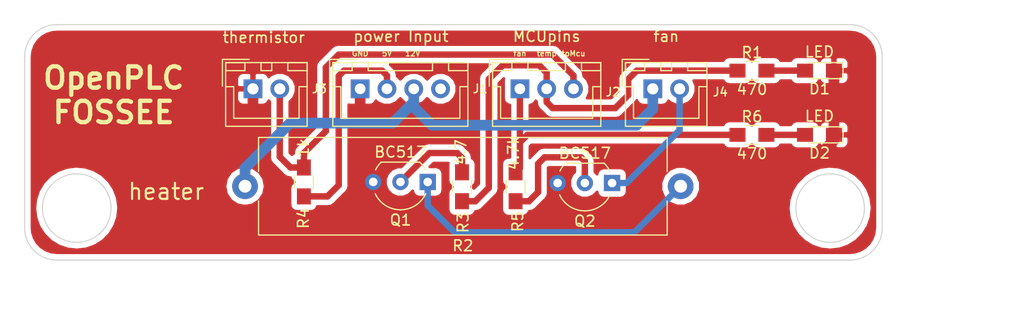
<source format=kicad_pcb>
(kicad_pcb (version 20171130) (host pcbnew 5.0.1)

  (general
    (thickness 1.6)
    (drawings 21)
    (tracks 97)
    (zones 0)
    (modules 14)
    (nets 14)
  )

  (page A4)
  (layers
    (0 F.Cu signal)
    (31 B.Cu signal)
    (32 B.Adhes user)
    (33 F.Adhes user)
    (34 B.Paste user)
    (35 F.Paste user)
    (36 B.SilkS user)
    (37 F.SilkS user)
    (38 B.Mask user)
    (39 F.Mask user)
    (40 Dwgs.User user)
    (41 Cmts.User user)
    (42 Eco1.User user)
    (43 Eco2.User user)
    (44 Edge.Cuts user)
    (45 Margin user)
    (46 B.CrtYd user)
    (47 F.CrtYd user)
    (48 B.Fab user)
    (49 F.Fab user)
  )

  (setup
    (last_trace_width 0.6)
    (trace_clearance 0.3)
    (zone_clearance 0.508)
    (zone_45_only no)
    (trace_min 0.2)
    (segment_width 0.2)
    (edge_width 0.15)
    (via_size 0.8)
    (via_drill 0.4)
    (via_min_size 0.4)
    (via_min_drill 0.3)
    (uvia_size 0.3)
    (uvia_drill 0.1)
    (uvias_allowed no)
    (uvia_min_size 0.2)
    (uvia_min_drill 0.1)
    (pcb_text_width 0.3)
    (pcb_text_size 1.5 1.5)
    (mod_edge_width 0.15)
    (mod_text_size 1 1)
    (mod_text_width 0.15)
    (pad_size 1.52 1.52)
    (pad_drill 0.8)
    (pad_to_mask_clearance 0.051)
    (solder_mask_min_width 0.25)
    (aux_axis_origin 0 0)
    (visible_elements FFFFFF7F)
    (pcbplotparams
      (layerselection 0x010fc_ffffffff)
      (usegerberextensions false)
      (usegerberattributes false)
      (usegerberadvancedattributes false)
      (creategerberjobfile false)
      (excludeedgelayer true)
      (linewidth 0.100000)
      (plotframeref false)
      (viasonmask false)
      (mode 1)
      (useauxorigin false)
      (hpglpennumber 1)
      (hpglpenspeed 20)
      (hpglpendiameter 15.000000)
      (psnegative false)
      (psa4output false)
      (plotreference true)
      (plotvalue true)
      (plotinvisibletext false)
      (padsonsilk false)
      (subtractmaskfromsilk false)
      (outputformat 1)
      (mirror false)
      (drillshape 1)
      (scaleselection 1)
      (outputdirectory ""))
  )

  (net 0 "")
  (net 1 GND)
  (net 2 +5V)
  (net 3 +12V)
  (net 4 "Net-(Q1-Pad1)")
  (net 5 "Net-(Q1-Pad2)")
  (net 6 /toMcu)
  (net 7 "Net-(J4-Pad2)")
  (net 8 "Net-(Q2-Pad2)")
  (net 9 /fromMcuR)
  (net 10 /fromMcuF)
  (net 11 "Net-(J1-Pad4)")
  (net 12 "Net-(D1-Pad2)")
  (net 13 "Net-(D2-Pad2)")

  (net_class Default "This is the default net class."
    (clearance 0.3)
    (trace_width 0.6)
    (via_dia 0.8)
    (via_drill 0.4)
    (uvia_dia 0.3)
    (uvia_drill 0.1)
    (add_net +5V)
    (add_net /fromMcuF)
    (add_net /fromMcuR)
    (add_net /toMcu)
    (add_net "Net-(D1-Pad2)")
    (add_net "Net-(D2-Pad2)")
    (add_net "Net-(J1-Pad4)")
    (add_net "Net-(J4-Pad2)")
    (add_net "Net-(Q1-Pad1)")
    (add_net "Net-(Q1-Pad2)")
    (add_net "Net-(Q2-Pad2)")
  )

  (net_class +12V ""
    (clearance 0.5)
    (trace_width 1)
    (via_dia 0.8)
    (via_drill 0.4)
    (uvia_dia 0.3)
    (uvia_drill 0.1)
    (add_net +12V)
    (add_net GND)
  )

  (module Resistors_THT:R_Axial_Power_L38.0mm_W9.0mm_P40.64mm (layer F.Cu) (tedit 5874F706) (tstamp 5C34D676)
    (at 171.4 95.9 180)
    (descr "Resistor, Axial_Power series, Axial, Horizontal, pin pitch=40.64mm, 9W, length*diameter=38*9mm^2, http://cdn-reichelt.de/documents/datenblatt/B400/5WAXIAL_9WAXIAL_11WAXIAL_17WAXIAL%23YAG.pdf")
    (tags "Resistor Axial_Power series Axial Horizontal pin pitch 40.64mm 9W length 38mm diameter 9mm")
    (path /5C2F30B4)
    (fp_text reference R2 (at 20.32 -5.56 180) (layer F.SilkS)
      (effects (font (size 1 1) (thickness 0.15)))
    )
    (fp_text value 27 (at 20.32 5.56 180) (layer F.Fab)
      (effects (font (size 1 1) (thickness 0.15)))
    )
    (fp_line (start 42.1 -4.85) (end -1.45 -4.85) (layer F.CrtYd) (width 0.05))
    (fp_line (start 42.1 4.85) (end 42.1 -4.85) (layer F.CrtYd) (width 0.05))
    (fp_line (start -1.45 4.85) (end 42.1 4.85) (layer F.CrtYd) (width 0.05))
    (fp_line (start -1.45 -4.85) (end -1.45 4.85) (layer F.CrtYd) (width 0.05))
    (fp_line (start 39.38 4.56) (end 39.38 1.38) (layer F.SilkS) (width 0.12))
    (fp_line (start 1.26 4.56) (end 39.38 4.56) (layer F.SilkS) (width 0.12))
    (fp_line (start 1.26 1.38) (end 1.26 4.56) (layer F.SilkS) (width 0.12))
    (fp_line (start 39.38 -4.56) (end 39.38 -1.38) (layer F.SilkS) (width 0.12))
    (fp_line (start 1.26 -4.56) (end 39.38 -4.56) (layer F.SilkS) (width 0.12))
    (fp_line (start 1.26 -1.38) (end 1.26 -4.56) (layer F.SilkS) (width 0.12))
    (fp_line (start 40.64 0) (end 39.32 0) (layer F.Fab) (width 0.1))
    (fp_line (start 0 0) (end 1.32 0) (layer F.Fab) (width 0.1))
    (fp_line (start 39.32 -4.5) (end 1.32 -4.5) (layer F.Fab) (width 0.1))
    (fp_line (start 39.32 4.5) (end 39.32 -4.5) (layer F.Fab) (width 0.1))
    (fp_line (start 1.32 4.5) (end 39.32 4.5) (layer F.Fab) (width 0.1))
    (fp_line (start 1.32 -4.5) (end 1.32 4.5) (layer F.Fab) (width 0.1))
    (pad 2 thru_hole oval (at 40.64 0 180) (size 2.4 2.4) (drill 1.2) (layers *.Cu *.Mask)
      (net 3 +12V))
    (pad 1 thru_hole circle (at 0 0 180) (size 2.4 2.4) (drill 1.2) (layers *.Cu *.Mask)
      (net 4 "Net-(Q1-Pad1)"))
    (model ${KISYS3DMOD}/Resistors_THT.3dshapes/R_Axial_Power_L38.0mm_W9.0mm_P40.64mm.wrl
      (at (xyz 0 0 0))
      (scale (xyz 0.393701 0.393701 0.393701))
      (rotate (xyz 0 0 0))
    )
  )

  (module Resistors_SMD:R_0805_HandSoldering (layer F.Cu) (tedit 5C35C809) (tstamp 5C3598AC)
    (at 178.05 91.1)
    (descr "Resistor SMD 0805, hand soldering")
    (tags "resistor 0805")
    (path /5C35A82C)
    (attr smd)
    (fp_text reference R6 (at 0 -1.7) (layer F.SilkS)
      (effects (font (size 1 1) (thickness 0.15)))
    )
    (fp_text value 470 (at 0 1.75) (layer F.SilkS)
      (effects (font (size 1 1) (thickness 0.15)))
    )
    (fp_text user %R (at 0 0) (layer F.Fab)
      (effects (font (size 0.5 0.5) (thickness 0.075)))
    )
    (fp_line (start -1 0.62) (end -1 -0.62) (layer F.Fab) (width 0.1))
    (fp_line (start 1 0.62) (end -1 0.62) (layer F.Fab) (width 0.1))
    (fp_line (start 1 -0.62) (end 1 0.62) (layer F.Fab) (width 0.1))
    (fp_line (start -1 -0.62) (end 1 -0.62) (layer F.Fab) (width 0.1))
    (fp_line (start 0.6 0.88) (end -0.6 0.88) (layer F.SilkS) (width 0.12))
    (fp_line (start -0.6 -0.88) (end 0.6 -0.88) (layer F.SilkS) (width 0.12))
    (fp_line (start -2.35 -0.9) (end 2.35 -0.9) (layer F.CrtYd) (width 0.05))
    (fp_line (start -2.35 -0.9) (end -2.35 0.9) (layer F.CrtYd) (width 0.05))
    (fp_line (start 2.35 0.9) (end 2.35 -0.9) (layer F.CrtYd) (width 0.05))
    (fp_line (start 2.35 0.9) (end -2.35 0.9) (layer F.CrtYd) (width 0.05))
    (pad 1 smd rect (at -1.35 0) (size 1.5 1.3) (layers F.Cu F.Paste F.Mask)
      (net 10 /fromMcuF))
    (pad 2 smd rect (at 1.35 0) (size 1.5 1.3) (layers F.Cu F.Paste F.Mask)
      (net 13 "Net-(D2-Pad2)"))
    (model ${KISYS3DMOD}/Resistors_SMD.3dshapes/R_0805.wrl
      (at (xyz 0 0 0))
      (scale (xyz 1 1 1))
      (rotate (xyz 0 0 0))
    )
  )

  (module LEDs:LED_0805_HandSoldering (layer F.Cu) (tedit 5C35C80E) (tstamp 5C3598D6)
    (at 184.35 91.1 180)
    (descr "Resistor SMD 0805, hand soldering")
    (tags "resistor 0805")
    (path /5C35A834)
    (attr smd)
    (fp_text reference D2 (at 0 -1.7 180) (layer F.SilkS)
      (effects (font (size 1 1) (thickness 0.15)))
    )
    (fp_text value LED (at 0 1.75 180) (layer F.SilkS)
      (effects (font (size 1 1) (thickness 0.15)))
    )
    (fp_line (start -0.4 -0.4) (end -0.4 0.4) (layer F.Fab) (width 0.1))
    (fp_line (start -0.4 0) (end 0.2 -0.4) (layer F.Fab) (width 0.1))
    (fp_line (start 0.2 0.4) (end -0.4 0) (layer F.Fab) (width 0.1))
    (fp_line (start 0.2 -0.4) (end 0.2 0.4) (layer F.Fab) (width 0.1))
    (fp_line (start -1 0.62) (end -1 -0.62) (layer F.Fab) (width 0.1))
    (fp_line (start 1 0.62) (end -1 0.62) (layer F.Fab) (width 0.1))
    (fp_line (start 1 -0.62) (end 1 0.62) (layer F.Fab) (width 0.1))
    (fp_line (start -1 -0.62) (end 1 -0.62) (layer F.Fab) (width 0.1))
    (fp_line (start 1 0.75) (end -2.2 0.75) (layer F.SilkS) (width 0.12))
    (fp_line (start -2.2 -0.75) (end 1 -0.75) (layer F.SilkS) (width 0.12))
    (fp_line (start -2.35 -0.9) (end 2.35 -0.9) (layer F.CrtYd) (width 0.05))
    (fp_line (start -2.35 -0.9) (end -2.35 0.9) (layer F.CrtYd) (width 0.05))
    (fp_line (start 2.35 0.9) (end 2.35 -0.9) (layer F.CrtYd) (width 0.05))
    (fp_line (start 2.35 0.9) (end -2.35 0.9) (layer F.CrtYd) (width 0.05))
    (fp_line (start -2.2 -0.75) (end -2.2 0.75) (layer F.SilkS) (width 0.12))
    (pad 1 smd rect (at -1.35 0 180) (size 1.5 1.3) (layers F.Cu F.Paste F.Mask)
      (net 1 GND))
    (pad 2 smd rect (at 1.35 0 180) (size 1.5 1.3) (layers F.Cu F.Paste F.Mask)
      (net 13 "Net-(D2-Pad2)"))
    (model ${KISYS3DMOD}/LEDs.3dshapes/LED_0805.wrl
      (at (xyz 0 0 0))
      (scale (xyz 1 1 1))
      (rotate (xyz 0 0 0))
    )
  )

  (module LEDs:LED_0805_HandSoldering (layer F.Cu) (tedit 5C35C813) (tstamp 5C3598C1)
    (at 184.35 85.1 180)
    (descr "Resistor SMD 0805, hand soldering")
    (tags "resistor 0805")
    (path /5C359B84)
    (attr smd)
    (fp_text reference D1 (at 0 -1.7 180) (layer F.SilkS)
      (effects (font (size 1 1) (thickness 0.15)))
    )
    (fp_text value LED (at 0 1.75 180) (layer F.SilkS)
      (effects (font (size 1 1) (thickness 0.15)))
    )
    (fp_line (start -2.2 -0.75) (end -2.2 0.75) (layer F.SilkS) (width 0.12))
    (fp_line (start 2.35 0.9) (end -2.35 0.9) (layer F.CrtYd) (width 0.05))
    (fp_line (start 2.35 0.9) (end 2.35 -0.9) (layer F.CrtYd) (width 0.05))
    (fp_line (start -2.35 -0.9) (end -2.35 0.9) (layer F.CrtYd) (width 0.05))
    (fp_line (start -2.35 -0.9) (end 2.35 -0.9) (layer F.CrtYd) (width 0.05))
    (fp_line (start -2.2 -0.75) (end 1 -0.75) (layer F.SilkS) (width 0.12))
    (fp_line (start 1 0.75) (end -2.2 0.75) (layer F.SilkS) (width 0.12))
    (fp_line (start -1 -0.62) (end 1 -0.62) (layer F.Fab) (width 0.1))
    (fp_line (start 1 -0.62) (end 1 0.62) (layer F.Fab) (width 0.1))
    (fp_line (start 1 0.62) (end -1 0.62) (layer F.Fab) (width 0.1))
    (fp_line (start -1 0.62) (end -1 -0.62) (layer F.Fab) (width 0.1))
    (fp_line (start 0.2 -0.4) (end 0.2 0.4) (layer F.Fab) (width 0.1))
    (fp_line (start 0.2 0.4) (end -0.4 0) (layer F.Fab) (width 0.1))
    (fp_line (start -0.4 0) (end 0.2 -0.4) (layer F.Fab) (width 0.1))
    (fp_line (start -0.4 -0.4) (end -0.4 0.4) (layer F.Fab) (width 0.1))
    (pad 2 smd rect (at 1.35 0 180) (size 1.5 1.3) (layers F.Cu F.Paste F.Mask)
      (net 12 "Net-(D1-Pad2)"))
    (pad 1 smd rect (at -1.35 0 180) (size 1.5 1.3) (layers F.Cu F.Paste F.Mask)
      (net 1 GND))
    (model ${KISYS3DMOD}/LEDs.3dshapes/LED_0805.wrl
      (at (xyz 0 0 0))
      (scale (xyz 1 1 1))
      (rotate (xyz 0 0 0))
    )
  )

  (module Resistors_SMD:R_0805_HandSoldering (layer F.Cu) (tedit 5C35C806) (tstamp 5C35983B)
    (at 178.05 85.1)
    (descr "Resistor SMD 0805, hand soldering")
    (tags "resistor 0805")
    (path /5C3591A5)
    (attr smd)
    (fp_text reference R1 (at 0 -1.7) (layer F.SilkS)
      (effects (font (size 1 1) (thickness 0.15)))
    )
    (fp_text value 470 (at 0 1.75) (layer F.SilkS)
      (effects (font (size 1 1) (thickness 0.15)))
    )
    (fp_line (start 2.35 0.9) (end -2.35 0.9) (layer F.CrtYd) (width 0.05))
    (fp_line (start 2.35 0.9) (end 2.35 -0.9) (layer F.CrtYd) (width 0.05))
    (fp_line (start -2.35 -0.9) (end -2.35 0.9) (layer F.CrtYd) (width 0.05))
    (fp_line (start -2.35 -0.9) (end 2.35 -0.9) (layer F.CrtYd) (width 0.05))
    (fp_line (start -0.6 -0.88) (end 0.6 -0.88) (layer F.SilkS) (width 0.12))
    (fp_line (start 0.6 0.88) (end -0.6 0.88) (layer F.SilkS) (width 0.12))
    (fp_line (start -1 -0.62) (end 1 -0.62) (layer F.Fab) (width 0.1))
    (fp_line (start 1 -0.62) (end 1 0.62) (layer F.Fab) (width 0.1))
    (fp_line (start 1 0.62) (end -1 0.62) (layer F.Fab) (width 0.1))
    (fp_line (start -1 0.62) (end -1 -0.62) (layer F.Fab) (width 0.1))
    (fp_text user %R (at 0 0) (layer F.Fab)
      (effects (font (size 0.5 0.5) (thickness 0.075)))
    )
    (pad 2 smd rect (at 1.35 0) (size 1.5 1.3) (layers F.Cu F.Paste F.Mask)
      (net 12 "Net-(D1-Pad2)"))
    (pad 1 smd rect (at -1.35 0) (size 1.5 1.3) (layers F.Cu F.Paste F.Mask)
      (net 9 /fromMcuR))
    (model ${KISYS3DMOD}/Resistors_SMD.3dshapes/R_0805.wrl
      (at (xyz 0 0 0))
      (scale (xyz 1 1 1))
      (rotate (xyz 0 0 0))
    )
  )

  (module Connectors_JST:JST_XH_B04B-XH-A_04x2.50mm_Straight (layer F.Cu) (tedit 5C3499F8) (tstamp 5C348D46)
    (at 141.5 86.8)
    (descr "JST XH series connector, B04B-XH-A, top entry type, through hole")
    (tags "connector jst xh tht top vertical 2.50mm")
    (path /5C2F487D)
    (fp_text reference J1 (at 11.2 0) (layer F.SilkS)
      (effects (font (size 0.8 0.8) (thickness 0.14)))
    )
    (fp_text value "power Input" (at 3.8 -4.9) (layer F.SilkS)
      (effects (font (size 1 1) (thickness 0.15)))
    )
    (fp_text user %R (at 3.75 2.5) (layer F.Fab)
      (effects (font (size 1 1) (thickness 0.15)))
    )
    (fp_line (start -2.85 -2.75) (end -2.85 -0.25) (layer F.Fab) (width 0.1))
    (fp_line (start -0.35 -2.75) (end -2.85 -2.75) (layer F.Fab) (width 0.1))
    (fp_line (start -2.85 -2.75) (end -2.85 -0.25) (layer F.SilkS) (width 0.12))
    (fp_line (start -0.35 -2.75) (end -2.85 -2.75) (layer F.SilkS) (width 0.12))
    (fp_line (start 9.3 2.75) (end 3.75 2.75) (layer F.SilkS) (width 0.12))
    (fp_line (start 9.3 -0.2) (end 9.3 2.75) (layer F.SilkS) (width 0.12))
    (fp_line (start 10.05 -0.2) (end 9.3 -0.2) (layer F.SilkS) (width 0.12))
    (fp_line (start -1.8 2.75) (end 3.75 2.75) (layer F.SilkS) (width 0.12))
    (fp_line (start -1.8 -0.2) (end -1.8 2.75) (layer F.SilkS) (width 0.12))
    (fp_line (start -2.55 -0.2) (end -1.8 -0.2) (layer F.SilkS) (width 0.12))
    (fp_line (start 10.05 -2.45) (end 8.25 -2.45) (layer F.SilkS) (width 0.12))
    (fp_line (start 10.05 -1.7) (end 10.05 -2.45) (layer F.SilkS) (width 0.12))
    (fp_line (start 8.25 -1.7) (end 10.05 -1.7) (layer F.SilkS) (width 0.12))
    (fp_line (start 8.25 -2.45) (end 8.25 -1.7) (layer F.SilkS) (width 0.12))
    (fp_line (start -0.75 -2.45) (end -2.55 -2.45) (layer F.SilkS) (width 0.12))
    (fp_line (start -0.75 -1.7) (end -0.75 -2.45) (layer F.SilkS) (width 0.12))
    (fp_line (start -2.55 -1.7) (end -0.75 -1.7) (layer F.SilkS) (width 0.12))
    (fp_line (start -2.55 -2.45) (end -2.55 -1.7) (layer F.SilkS) (width 0.12))
    (fp_line (start 6.75 -2.45) (end 0.75 -2.45) (layer F.SilkS) (width 0.12))
    (fp_line (start 6.75 -1.7) (end 6.75 -2.45) (layer F.SilkS) (width 0.12))
    (fp_line (start 0.75 -1.7) (end 6.75 -1.7) (layer F.SilkS) (width 0.12))
    (fp_line (start 0.75 -2.45) (end 0.75 -1.7) (layer F.SilkS) (width 0.12))
    (fp_line (start 10.05 -2.45) (end -2.55 -2.45) (layer F.SilkS) (width 0.12))
    (fp_line (start 10.05 3.5) (end 10.05 -2.45) (layer F.SilkS) (width 0.12))
    (fp_line (start -2.55 3.5) (end 10.05 3.5) (layer F.SilkS) (width 0.12))
    (fp_line (start -2.55 -2.45) (end -2.55 3.5) (layer F.SilkS) (width 0.12))
    (fp_line (start 10.45 -2.85) (end -2.95 -2.85) (layer F.CrtYd) (width 0.05))
    (fp_line (start 10.45 3.9) (end 10.45 -2.85) (layer F.CrtYd) (width 0.05))
    (fp_line (start -2.95 3.9) (end 10.45 3.9) (layer F.CrtYd) (width 0.05))
    (fp_line (start -2.95 -2.85) (end -2.95 3.9) (layer F.CrtYd) (width 0.05))
    (fp_line (start 9.95 -2.35) (end -2.45 -2.35) (layer F.Fab) (width 0.1))
    (fp_line (start 9.95 3.4) (end 9.95 -2.35) (layer F.Fab) (width 0.1))
    (fp_line (start -2.45 3.4) (end 9.95 3.4) (layer F.Fab) (width 0.1))
    (fp_line (start -2.45 -2.35) (end -2.45 3.4) (layer F.Fab) (width 0.1))
    (pad 4 thru_hole circle (at 7.5 0) (size 1.75 1.75) (drill 1) (layers *.Cu *.Mask)
      (net 11 "Net-(J1-Pad4)"))
    (pad 3 thru_hole circle (at 5 0) (size 1.75 1.75) (drill 1) (layers *.Cu *.Mask)
      (net 3 +12V))
    (pad 2 thru_hole circle (at 2.5 0) (size 1.75 1.75) (drill 1) (layers *.Cu *.Mask)
      (net 2 +5V))
    (pad 1 thru_hole rect (at 0 0) (size 1.75 1.75) (drill 1) (layers *.Cu *.Mask)
      (net 1 GND))
    (model Connectors_JST.3dshapes/JST_XH_B04B-XH-A_04x2.50mm_Straight.wrl
      (at (xyz 0 0 0))
      (scale (xyz 1 1 1))
      (rotate (xyz 0 0 0))
    )
    (model ${KISYS3DMOD}/Connector_JST.3dshapes/JST_XH_B04B-XH-A_1x04_P2.50mm_Vertical.wrl
      (at (xyz 0 0 0))
      (scale (xyz 1 1 1))
      (rotate (xyz 0 0 0))
    )
  )

  (module Connectors_JST:JST_XH_B03B-XH-A_03x2.50mm_Straight (layer F.Cu) (tedit 5C349A19) (tstamp 5C34AFEA)
    (at 156.4 86.8)
    (descr "JST XH series connector, B03B-XH-A, top entry type, through hole")
    (tags "connector jst xh tht top vertical 2.50mm")
    (path /5C350621)
    (fp_text reference J2 (at 8.7 0.3) (layer F.SilkS)
      (effects (font (size 0.8 0.8) (thickness 0.14)))
    )
    (fp_text value MCUpins (at 2.5 -4.9) (layer F.SilkS)
      (effects (font (size 1 1) (thickness 0.15)))
    )
    (fp_text user %R (at 2.5 2.5) (layer F.Fab)
      (effects (font (size 1 1) (thickness 0.15)))
    )
    (fp_line (start -2.85 -2.75) (end -2.85 -0.25) (layer F.Fab) (width 0.1))
    (fp_line (start -0.35 -2.75) (end -2.85 -2.75) (layer F.Fab) (width 0.1))
    (fp_line (start -2.85 -2.75) (end -2.85 -0.25) (layer F.SilkS) (width 0.12))
    (fp_line (start -0.35 -2.75) (end -2.85 -2.75) (layer F.SilkS) (width 0.12))
    (fp_line (start 6.8 2.75) (end 2.5 2.75) (layer F.SilkS) (width 0.12))
    (fp_line (start 6.8 -0.2) (end 6.8 2.75) (layer F.SilkS) (width 0.12))
    (fp_line (start 7.55 -0.2) (end 6.8 -0.2) (layer F.SilkS) (width 0.12))
    (fp_line (start -1.8 2.75) (end 2.5 2.75) (layer F.SilkS) (width 0.12))
    (fp_line (start -1.8 -0.2) (end -1.8 2.75) (layer F.SilkS) (width 0.12))
    (fp_line (start -2.55 -0.2) (end -1.8 -0.2) (layer F.SilkS) (width 0.12))
    (fp_line (start 7.55 -2.45) (end 5.75 -2.45) (layer F.SilkS) (width 0.12))
    (fp_line (start 7.55 -1.7) (end 7.55 -2.45) (layer F.SilkS) (width 0.12))
    (fp_line (start 5.75 -1.7) (end 7.55 -1.7) (layer F.SilkS) (width 0.12))
    (fp_line (start 5.75 -2.45) (end 5.75 -1.7) (layer F.SilkS) (width 0.12))
    (fp_line (start -0.75 -2.45) (end -2.55 -2.45) (layer F.SilkS) (width 0.12))
    (fp_line (start -0.75 -1.7) (end -0.75 -2.45) (layer F.SilkS) (width 0.12))
    (fp_line (start -2.55 -1.7) (end -0.75 -1.7) (layer F.SilkS) (width 0.12))
    (fp_line (start -2.55 -2.45) (end -2.55 -1.7) (layer F.SilkS) (width 0.12))
    (fp_line (start 4.25 -2.45) (end 0.75 -2.45) (layer F.SilkS) (width 0.12))
    (fp_line (start 4.25 -1.7) (end 4.25 -2.45) (layer F.SilkS) (width 0.12))
    (fp_line (start 0.75 -1.7) (end 4.25 -1.7) (layer F.SilkS) (width 0.12))
    (fp_line (start 0.75 -2.45) (end 0.75 -1.7) (layer F.SilkS) (width 0.12))
    (fp_line (start 7.55 -2.45) (end -2.55 -2.45) (layer F.SilkS) (width 0.12))
    (fp_line (start 7.55 3.5) (end 7.55 -2.45) (layer F.SilkS) (width 0.12))
    (fp_line (start -2.55 3.5) (end 7.55 3.5) (layer F.SilkS) (width 0.12))
    (fp_line (start -2.55 -2.45) (end -2.55 3.5) (layer F.SilkS) (width 0.12))
    (fp_line (start 7.95 -2.85) (end -2.95 -2.85) (layer F.CrtYd) (width 0.05))
    (fp_line (start 7.95 3.9) (end 7.95 -2.85) (layer F.CrtYd) (width 0.05))
    (fp_line (start -2.95 3.9) (end 7.95 3.9) (layer F.CrtYd) (width 0.05))
    (fp_line (start -2.95 -2.85) (end -2.95 3.9) (layer F.CrtYd) (width 0.05))
    (fp_line (start 7.45 -2.35) (end -2.45 -2.35) (layer F.Fab) (width 0.1))
    (fp_line (start 7.45 3.4) (end 7.45 -2.35) (layer F.Fab) (width 0.1))
    (fp_line (start -2.45 3.4) (end 7.45 3.4) (layer F.Fab) (width 0.1))
    (fp_line (start -2.45 -2.35) (end -2.45 3.4) (layer F.Fab) (width 0.1))
    (pad 3 thru_hole circle (at 5 0) (size 1.75 1.75) (drill 1) (layers *.Cu *.Mask)
      (net 6 /toMcu))
    (pad 2 thru_hole circle (at 2.5 0) (size 1.75 1.75) (drill 1) (layers *.Cu *.Mask)
      (net 9 /fromMcuR))
    (pad 1 thru_hole rect (at 0 0) (size 1.75 1.75) (drill 1) (layers *.Cu *.Mask)
      (net 10 /fromMcuF))
    (model Connectors_JST.3dshapes/JST_XH_B03B-XH-A_03x2.50mm_Straight.wrl
      (at (xyz 0 0 0))
      (scale (xyz 1 1 1))
      (rotate (xyz 0 0 0))
    )
    (model ${KISYS3DMOD}/Connector_JST.3dshapes/JST_XH_B03B-XH-A_1x03_P2.50mm_Vertical.wrl
      (at (xyz 0 0 0))
      (scale (xyz 1 1 1))
      (rotate (xyz 0 0 0))
    )
  )

  (module Connectors_JST:JST_XH_B02B-XH-A_02x2.50mm_Straight (layer F.Cu) (tedit 5C3499E4) (tstamp 5C348DC2)
    (at 168.8 86.8)
    (descr "JST XH series connector, B02B-XH-A, top entry type, through hole")
    (tags "connector jst xh tht top vertical 2.50mm")
    (path /5C34ABB8)
    (fp_text reference J4 (at 6.3 0.3) (layer F.SilkS)
      (effects (font (size 0.8 0.8) (thickness 0.14)))
    )
    (fp_text value fan (at 1.25 -4.9) (layer F.SilkS)
      (effects (font (size 1 1) (thickness 0.15)))
    )
    (fp_text user %R (at 1.25 2.5) (layer F.Fab)
      (effects (font (size 1 1) (thickness 0.15)))
    )
    (fp_line (start -2.85 -2.75) (end -2.85 -0.25) (layer F.Fab) (width 0.1))
    (fp_line (start -0.35 -2.75) (end -2.85 -2.75) (layer F.Fab) (width 0.1))
    (fp_line (start -2.85 -2.75) (end -2.85 -0.25) (layer F.SilkS) (width 0.12))
    (fp_line (start -0.35 -2.75) (end -2.85 -2.75) (layer F.SilkS) (width 0.12))
    (fp_line (start 4.3 2.75) (end 1.25 2.75) (layer F.SilkS) (width 0.12))
    (fp_line (start 4.3 -0.2) (end 4.3 2.75) (layer F.SilkS) (width 0.12))
    (fp_line (start 5.05 -0.2) (end 4.3 -0.2) (layer F.SilkS) (width 0.12))
    (fp_line (start -1.8 2.75) (end 1.25 2.75) (layer F.SilkS) (width 0.12))
    (fp_line (start -1.8 -0.2) (end -1.8 2.75) (layer F.SilkS) (width 0.12))
    (fp_line (start -2.55 -0.2) (end -1.8 -0.2) (layer F.SilkS) (width 0.12))
    (fp_line (start 5.05 -2.45) (end 3.25 -2.45) (layer F.SilkS) (width 0.12))
    (fp_line (start 5.05 -1.7) (end 5.05 -2.45) (layer F.SilkS) (width 0.12))
    (fp_line (start 3.25 -1.7) (end 5.05 -1.7) (layer F.SilkS) (width 0.12))
    (fp_line (start 3.25 -2.45) (end 3.25 -1.7) (layer F.SilkS) (width 0.12))
    (fp_line (start -0.75 -2.45) (end -2.55 -2.45) (layer F.SilkS) (width 0.12))
    (fp_line (start -0.75 -1.7) (end -0.75 -2.45) (layer F.SilkS) (width 0.12))
    (fp_line (start -2.55 -1.7) (end -0.75 -1.7) (layer F.SilkS) (width 0.12))
    (fp_line (start -2.55 -2.45) (end -2.55 -1.7) (layer F.SilkS) (width 0.12))
    (fp_line (start 1.75 -2.45) (end 0.75 -2.45) (layer F.SilkS) (width 0.12))
    (fp_line (start 1.75 -1.7) (end 1.75 -2.45) (layer F.SilkS) (width 0.12))
    (fp_line (start 0.75 -1.7) (end 1.75 -1.7) (layer F.SilkS) (width 0.12))
    (fp_line (start 0.75 -2.45) (end 0.75 -1.7) (layer F.SilkS) (width 0.12))
    (fp_line (start 5.05 -2.45) (end -2.55 -2.45) (layer F.SilkS) (width 0.12))
    (fp_line (start 5.05 3.5) (end 5.05 -2.45) (layer F.SilkS) (width 0.12))
    (fp_line (start -2.55 3.5) (end 5.05 3.5) (layer F.SilkS) (width 0.12))
    (fp_line (start -2.55 -2.45) (end -2.55 3.5) (layer F.SilkS) (width 0.12))
    (fp_line (start 5.45 -2.85) (end -2.95 -2.85) (layer F.CrtYd) (width 0.05))
    (fp_line (start 5.45 3.9) (end 5.45 -2.85) (layer F.CrtYd) (width 0.05))
    (fp_line (start -2.95 3.9) (end 5.45 3.9) (layer F.CrtYd) (width 0.05))
    (fp_line (start -2.95 -2.85) (end -2.95 3.9) (layer F.CrtYd) (width 0.05))
    (fp_line (start 4.95 -2.35) (end -2.45 -2.35) (layer F.Fab) (width 0.1))
    (fp_line (start 4.95 3.4) (end 4.95 -2.35) (layer F.Fab) (width 0.1))
    (fp_line (start -2.45 3.4) (end 4.95 3.4) (layer F.Fab) (width 0.1))
    (fp_line (start -2.45 -2.35) (end -2.45 3.4) (layer F.Fab) (width 0.1))
    (pad 2 thru_hole circle (at 2.5 0) (size 1.75 1.75) (drill 1.05) (layers *.Cu *.Mask)
      (net 7 "Net-(J4-Pad2)"))
    (pad 1 thru_hole rect (at 0 0) (size 1.75 1.75) (drill 1.05) (layers *.Cu *.Mask)
      (net 3 +12V))
    (model Connectors_JST.3dshapes/JST_XH_B02B-XH-A_02x2.50mm_Straight.wrl
      (at (xyz 0 0 0))
      (scale (xyz 1 1 1))
      (rotate (xyz 0 0 0))
    )
    (model ${KISYS3DMOD}/Connector_JST.3dshapes/JST_XH_B02B-XH-A_1x02_P2.50mm_Vertical.wrl
      (at (xyz 0 0 0))
      (scale (xyz 1 1 1))
      (rotate (xyz 0 0 0))
    )
  )

  (module Resistors_SMD:R_0805_HandSoldering (layer F.Cu) (tedit 5C348766) (tstamp 5C349023)
    (at 156 95.95 90)
    (descr "Resistor SMD 0805, hand soldering")
    (tags "resistor 0805")
    (path /5C3474DA)
    (attr smd)
    (fp_text reference R5 (at -3.25 0.2 90) (layer F.SilkS)
      (effects (font (size 1 1) (thickness 0.15)))
    )
    (fp_text value 4.7k (at 3.15 -0.2 90) (layer F.SilkS)
      (effects (font (size 1 1) (thickness 0.15)))
    )
    (fp_line (start 2.35 0.9) (end -2.35 0.9) (layer F.CrtYd) (width 0.05))
    (fp_line (start 2.35 0.9) (end 2.35 -0.9) (layer F.CrtYd) (width 0.05))
    (fp_line (start -2.35 -0.9) (end -2.35 0.9) (layer F.CrtYd) (width 0.05))
    (fp_line (start -2.35 -0.9) (end 2.35 -0.9) (layer F.CrtYd) (width 0.05))
    (fp_line (start -0.6 -0.88) (end 0.6 -0.88) (layer F.SilkS) (width 0.12))
    (fp_line (start 0.6 0.88) (end -0.6 0.88) (layer F.SilkS) (width 0.12))
    (fp_line (start -1 -0.62) (end 1 -0.62) (layer F.Fab) (width 0.1))
    (fp_line (start 1 -0.62) (end 1 0.62) (layer F.Fab) (width 0.1))
    (fp_line (start 1 0.62) (end -1 0.62) (layer F.Fab) (width 0.1))
    (fp_line (start -1 0.62) (end -1 -0.62) (layer F.Fab) (width 0.1))
    (fp_text user %R (at 0 0 90) (layer F.Fab)
      (effects (font (size 0.5 0.5) (thickness 0.075)))
    )
    (pad 2 smd rect (at 1.35 0 90) (size 1.5 1.3) (layers F.Cu F.Paste F.Mask)
      (net 10 /fromMcuF))
    (pad 1 smd rect (at -1.35 0 90) (size 1.5 1.3) (layers F.Cu F.Paste F.Mask)
      (net 8 "Net-(Q2-Pad2)"))
    (model ${KISYS3DMOD}/Resistors_SMD.3dshapes/R_0805.wrl
      (at (xyz 0 0 0))
      (scale (xyz 1 1 1))
      (rotate (xyz 0 0 0))
    )
    (model ${KISYS3DMOD}/Resistor_SMD.3dshapes/R_0805_2012Metric.wrl
      (at (xyz 0 0 0))
      (scale (xyz 1 1 1))
      (rotate (xyz 0 0 0))
    )
  )

  (module TO_SOT_Packages_THT:TO-92_Inline_Wide (layer F.Cu) (tedit 5C35DDFF) (tstamp 5C348E37)
    (at 165.000001 95.6 180)
    (descr "TO-92 leads in-line, wide, drill 0.8mm (see NXP sot054_po.pdf)")
    (tags "to-92 sc-43 sc-43a sot54 PA33 transistor")
    (path /5C346CA2)
    (fp_text reference Q2 (at 2.54 -3.56) (layer F.SilkS)
      (effects (font (size 1 1) (thickness 0.15)))
    )
    (fp_text value BC517 (at 2.54 2.79 180) (layer F.SilkS)
      (effects (font (size 1 1) (thickness 0.15)))
    )
    (fp_arc (start 2.54 0) (end 4.34 1.85) (angle -20) (layer F.SilkS) (width 0.12))
    (fp_arc (start 2.54 0) (end 2.54 -2.48) (angle -135) (layer F.Fab) (width 0.1))
    (fp_arc (start 2.54 0) (end 2.54 -2.48) (angle 135) (layer F.Fab) (width 0.1))
    (fp_arc (start 2.54 0) (end 2.54 -2.6) (angle 65) (layer F.SilkS) (width 0.12))
    (fp_arc (start 2.54 0) (end 2.54 -2.6) (angle -65) (layer F.SilkS) (width 0.12))
    (fp_arc (start 2.54 0) (end 0.74 1.85) (angle 20) (layer F.SilkS) (width 0.12))
    (fp_line (start 6.09 2.01) (end -1.01 2.01) (layer F.CrtYd) (width 0.05))
    (fp_line (start 6.09 2.01) (end 6.09 -2.73) (layer F.CrtYd) (width 0.05))
    (fp_line (start -1.01 -2.73) (end -1.01 2.01) (layer F.CrtYd) (width 0.05))
    (fp_line (start -1.01 -2.73) (end 6.09 -2.73) (layer F.CrtYd) (width 0.05))
    (fp_line (start 0.8 1.75) (end 4.3 1.75) (layer F.Fab) (width 0.1))
    (fp_line (start 0.74 1.85) (end 4.34 1.85) (layer F.SilkS) (width 0.12))
    (fp_text user %R (at 2.54 -3.56) (layer F.Fab)
      (effects (font (size 1 1) (thickness 0.15)))
    )
    (pad 1 thru_hole rect (at 0 0 270) (size 1.52 1.52) (drill 0.8) (layers *.Cu *.Mask)
      (net 7 "Net-(J4-Pad2)"))
    (pad 3 thru_hole circle (at 5.08 0 270) (size 1.52 1.52) (drill 0.8) (layers *.Cu *.Mask)
      (net 1 GND) (zone_connect 2))
    (pad 2 thru_hole circle (at 2.54 0 270) (size 1.52 1.52) (drill 0.8) (layers *.Cu *.Mask)
      (net 8 "Net-(Q2-Pad2)"))
    (model ${KISYS3DMOD}/Package_TO_SOT_THT.3dshapes/TO-92_Inline_Wide.wrl
      (at (xyz 0 0 0))
      (scale (xyz 1 1 1))
      (rotate (xyz 0 0 0))
    )
  )

  (module Connectors_JST:JST_XH_B02B-XH-A_02x2.50mm_Straight (layer F.Cu) (tedit 5C349A03) (tstamp 5C348E85)
    (at 131.5 86.8)
    (descr "JST XH series connector, B02B-XH-A, top entry type, through hole")
    (tags "connector jst xh tht top vertical 2.50mm")
    (path /5C308B5A)
    (fp_text reference J3 (at 6.2 0) (layer F.SilkS)
      (effects (font (size 0.8 0.8) (thickness 0.14)))
    )
    (fp_text value thermistor (at 1 -4.8 180) (layer F.SilkS)
      (effects (font (size 1 1) (thickness 0.15)))
    )
    (fp_line (start -2.450001 -2.35) (end -2.450001 3.4) (layer F.Fab) (width 0.1))
    (fp_line (start -2.450001 3.4) (end 4.950001 3.4) (layer F.Fab) (width 0.1))
    (fp_line (start 4.950001 3.4) (end 4.950001 -2.35) (layer F.Fab) (width 0.1))
    (fp_line (start 4.950001 -2.35) (end -2.450001 -2.35) (layer F.Fab) (width 0.1))
    (fp_line (start -2.95 -2.85) (end -2.95 3.899999) (layer F.CrtYd) (width 0.05))
    (fp_line (start -2.95 3.899999) (end 5.45 3.899999) (layer F.CrtYd) (width 0.05))
    (fp_line (start 5.45 3.899999) (end 5.45 -2.85) (layer F.CrtYd) (width 0.05))
    (fp_line (start 5.45 -2.85) (end -2.95 -2.85) (layer F.CrtYd) (width 0.05))
    (fp_line (start -2.55 -2.45) (end -2.55 3.5) (layer F.SilkS) (width 0.12))
    (fp_line (start -2.55 3.5) (end 5.05 3.5) (layer F.SilkS) (width 0.12))
    (fp_line (start 5.05 3.5) (end 5.05 -2.45) (layer F.SilkS) (width 0.12))
    (fp_line (start 5.05 -2.45) (end -2.55 -2.45) (layer F.SilkS) (width 0.12))
    (fp_line (start 0.75 -2.450001) (end 0.750001 -1.7) (layer F.SilkS) (width 0.12))
    (fp_line (start 0.750001 -1.7) (end 1.749999 -1.7) (layer F.SilkS) (width 0.12))
    (fp_line (start 1.749999 -1.7) (end 1.749999 -2.45) (layer F.SilkS) (width 0.12))
    (fp_line (start 1.749999 -2.45) (end 0.75 -2.450001) (layer F.SilkS) (width 0.12))
    (fp_line (start -2.55 -2.45) (end -2.55 -1.7) (layer F.SilkS) (width 0.12))
    (fp_line (start -2.55 -1.7) (end -0.750001 -1.7) (layer F.SilkS) (width 0.12))
    (fp_line (start -0.750001 -1.7) (end -0.75 -2.450001) (layer F.SilkS) (width 0.12))
    (fp_line (start -0.75 -2.450001) (end -2.55 -2.45) (layer F.SilkS) (width 0.12))
    (fp_line (start 3.25 -2.450001) (end 3.250001 -1.7) (layer F.SilkS) (width 0.12))
    (fp_line (start 3.250001 -1.7) (end 5.05 -1.7) (layer F.SilkS) (width 0.12))
    (fp_line (start 5.05 -1.7) (end 5.05 -2.45) (layer F.SilkS) (width 0.12))
    (fp_line (start 5.05 -2.45) (end 3.25 -2.450001) (layer F.SilkS) (width 0.12))
    (fp_line (start -2.55 -0.2) (end -1.8 -0.2) (layer F.SilkS) (width 0.12))
    (fp_line (start -1.8 -0.2) (end -1.8 2.75) (layer F.SilkS) (width 0.12))
    (fp_line (start -1.8 2.75) (end 1.25 2.75) (layer F.SilkS) (width 0.12))
    (fp_line (start 5.05 -0.2) (end 4.3 -0.2) (layer F.SilkS) (width 0.12))
    (fp_line (start 4.3 -0.2) (end 4.3 2.75) (layer F.SilkS) (width 0.12))
    (fp_line (start 4.3 2.75) (end 1.25 2.75) (layer F.SilkS) (width 0.12))
    (fp_line (start -0.35 -2.75) (end -2.85 -2.75) (layer F.SilkS) (width 0.12))
    (fp_line (start -2.85 -2.75) (end -2.85 -0.25) (layer F.SilkS) (width 0.12))
    (fp_line (start -0.35 -2.75) (end -2.85 -2.75) (layer F.Fab) (width 0.1))
    (fp_line (start -2.85 -2.75) (end -2.85 -0.25) (layer F.Fab) (width 0.1))
    (fp_text user %R (at 1.25 2.499999) (layer F.Fab)
      (effects (font (size 1 1) (thickness 0.15)))
    )
    (pad 1 thru_hole rect (at 0 0) (size 1.75 1.75) (drill 1.05) (layers *.Cu *.Mask)
      (net 1 GND))
    (pad 2 thru_hole circle (at 2.5 0) (size 1.75 1.75) (drill 1.05) (layers *.Cu *.Mask)
      (net 6 /toMcu))
    (model Connectors_JST.3dshapes/JST_XH_B02B-XH-A_02x2.50mm_Straight.wrl
      (at (xyz 0 0 0))
      (scale (xyz 1 1 1))
      (rotate (xyz 0 0 0))
    )
    (model ${KISYS3DMOD}/Connector_JST.3dshapes/JST_XH_B02B-XH-A_1x02_P2.50mm_Vertical.wrl
      (at (xyz 0 0 0))
      (scale (xyz 1 1 1))
      (rotate (xyz 0 0 0))
    )
  )

  (module TO_SOT_Packages_THT:TO-92_Inline_Wide (layer F.Cu) (tedit 5C35DDED) (tstamp 5C348CF6)
    (at 147.8 95.5 180)
    (descr "TO-92 leads in-line, wide, drill 0.8mm (see NXP sot054_po.pdf)")
    (tags "to-92 sc-43 sc-43a sot54 PA33 transistor")
    (path /5C303654)
    (fp_text reference Q1 (at 2.54 -3.56) (layer F.SilkS)
      (effects (font (size 1 1) (thickness 0.15)))
    )
    (fp_text value BC517 (at 2.54 2.79 180) (layer F.SilkS)
      (effects (font (size 1 1) (thickness 0.15)))
    )
    (fp_arc (start 2.54 0) (end 4.34 1.85) (angle -20) (layer F.SilkS) (width 0.12))
    (fp_arc (start 2.54 0) (end 2.54 -2.48) (angle -135) (layer F.Fab) (width 0.1))
    (fp_arc (start 2.54 0) (end 2.54 -2.48) (angle 135) (layer F.Fab) (width 0.1))
    (fp_arc (start 2.54 0) (end 2.54 -2.6) (angle 65) (layer F.SilkS) (width 0.12))
    (fp_arc (start 2.54 0) (end 2.54 -2.6) (angle -65) (layer F.SilkS) (width 0.12))
    (fp_arc (start 2.54 0) (end 0.74 1.85) (angle 20) (layer F.SilkS) (width 0.12))
    (fp_line (start 6.09 2.01) (end -1.01 2.01) (layer F.CrtYd) (width 0.05))
    (fp_line (start 6.09 2.01) (end 6.09 -2.73) (layer F.CrtYd) (width 0.05))
    (fp_line (start -1.01 -2.73) (end -1.01 2.01) (layer F.CrtYd) (width 0.05))
    (fp_line (start -1.01 -2.73) (end 6.09 -2.73) (layer F.CrtYd) (width 0.05))
    (fp_line (start 0.8 1.75) (end 4.3 1.75) (layer F.Fab) (width 0.1))
    (fp_line (start 0.74 1.85) (end 4.34 1.85) (layer F.SilkS) (width 0.12))
    (fp_text user %R (at 2.54 -3.56) (layer F.Fab)
      (effects (font (size 1 1) (thickness 0.15)))
    )
    (pad 1 thru_hole rect (at 0 0 270) (size 1.52 1.52) (drill 0.8) (layers *.Cu *.Mask)
      (net 4 "Net-(Q1-Pad1)"))
    (pad 3 thru_hole circle (at 5.08 0 270) (size 1.52 1.52) (drill 0.8) (layers *.Cu *.Mask)
      (net 1 GND) (zone_connect 2))
    (pad 2 thru_hole circle (at 2.54 0 270) (size 1.52 1.52) (drill 0.8) (layers *.Cu *.Mask)
      (net 5 "Net-(Q1-Pad2)"))
    (model ${KISYS3DMOD}/TO_SOT_Packages_THT.3dshapes/TO-92_Inline_Wide.wrl
      (offset (xyz 2.539999961853027 0 0))
      (scale (xyz 1 1 1))
      (rotate (xyz 0 0 -90))
    )
    (model ${KISYS3DMOD}/Package_TO_SOT_THT.3dshapes/TO-92_Inline_Wide.wrl
      (at (xyz 0 0 0))
      (scale (xyz 1 1 1))
      (rotate (xyz 0 0 0))
    )
  )

  (module Resistors_SMD:R_0805_HandSoldering (layer F.Cu) (tedit 5C34877D) (tstamp 5C348CC3)
    (at 151 95.95 270)
    (descr "Resistor SMD 0805, hand soldering")
    (tags "resistor 0805")
    (path /5C307DD4)
    (attr smd)
    (fp_text reference R3 (at 3.35 -0.1 270) (layer F.SilkS)
      (effects (font (size 1 1) (thickness 0.15)))
    )
    (fp_text value 4.7 (at -3.25 0.1 270) (layer F.SilkS)
      (effects (font (size 1 1) (thickness 0.15)))
    )
    (fp_line (start 2.35 0.9) (end -2.35 0.9) (layer F.CrtYd) (width 0.05))
    (fp_line (start 2.35 0.9) (end 2.35 -0.9) (layer F.CrtYd) (width 0.05))
    (fp_line (start -2.35 -0.9) (end -2.35 0.9) (layer F.CrtYd) (width 0.05))
    (fp_line (start -2.35 -0.9) (end 2.35 -0.9) (layer F.CrtYd) (width 0.05))
    (fp_line (start -0.6 -0.88) (end 0.6 -0.88) (layer F.SilkS) (width 0.12))
    (fp_line (start 0.6 0.88) (end -0.6 0.88) (layer F.SilkS) (width 0.12))
    (fp_line (start -1 -0.62) (end 1 -0.62) (layer F.Fab) (width 0.1))
    (fp_line (start 1 -0.62) (end 1 0.62) (layer F.Fab) (width 0.1))
    (fp_line (start 1 0.62) (end -1 0.62) (layer F.Fab) (width 0.1))
    (fp_line (start -1 0.62) (end -1 -0.62) (layer F.Fab) (width 0.1))
    (fp_text user %R (at 0 0 270) (layer F.Fab)
      (effects (font (size 0.5 0.5) (thickness 0.075)))
    )
    (pad 2 smd rect (at 1.35 0 270) (size 1.5 1.3) (layers F.Cu F.Paste F.Mask)
      (net 9 /fromMcuR))
    (pad 1 smd rect (at -1.35 0 270) (size 1.5 1.3) (layers F.Cu F.Paste F.Mask)
      (net 5 "Net-(Q1-Pad2)"))
    (model ${KISYS3DMOD}/Resistors_SMD.3dshapes/R_0805.wrl
      (at (xyz 0 0 0))
      (scale (xyz 1 1 1))
      (rotate (xyz 0 0 0))
    )
    (model ${KISYS3DMOD}/Resistor_SMD.3dshapes/R_0805_2012Metric.wrl
      (at (xyz 0 0 0))
      (scale (xyz 1 1 1))
      (rotate (xyz 0 0 0))
    )
  )

  (module Resistors_SMD:R_0805_HandSoldering (layer F.Cu) (tedit 5C349BD4) (tstamp 5C348F69)
    (at 136.25 95.5 90)
    (descr "Resistor SMD 0805, hand soldering")
    (tags "resistor 0805")
    (path /5C336026)
    (attr smd)
    (fp_text reference R4 (at -3.4 -0.05 90) (layer F.SilkS)
      (effects (font (size 1 1) (thickness 0.15)))
    )
    (fp_text value 1k (at 3.2 -0.05 90) (layer F.SilkS)
      (effects (font (size 1 1) (thickness 0.15)))
    )
    (fp_text user %R (at 0 0 90) (layer F.Fab)
      (effects (font (size 0.5 0.5) (thickness 0.075)))
    )
    (fp_line (start -1 0.62) (end -1 -0.62) (layer F.Fab) (width 0.1))
    (fp_line (start 1 0.62) (end -1 0.62) (layer F.Fab) (width 0.1))
    (fp_line (start 1 -0.62) (end 1 0.62) (layer F.Fab) (width 0.1))
    (fp_line (start -1 -0.62) (end 1 -0.62) (layer F.Fab) (width 0.1))
    (fp_line (start 0.6 0.88) (end -0.6 0.88) (layer F.SilkS) (width 0.12))
    (fp_line (start -0.6 -0.88) (end 0.6 -0.88) (layer F.SilkS) (width 0.12))
    (fp_line (start -2.35 -0.9) (end 2.35 -0.9) (layer F.CrtYd) (width 0.05))
    (fp_line (start -2.35 -0.9) (end -2.35 0.9) (layer F.CrtYd) (width 0.05))
    (fp_line (start 2.35 0.9) (end 2.35 -0.9) (layer F.CrtYd) (width 0.05))
    (fp_line (start 2.35 0.9) (end -2.35 0.9) (layer F.CrtYd) (width 0.05))
    (pad 1 smd rect (at -1.35 0 90) (size 1.5 1.3) (layers F.Cu F.Paste F.Mask)
      (net 2 +5V))
    (pad 2 smd rect (at 1.35 0 90) (size 1.5 1.3) (layers F.Cu F.Paste F.Mask)
      (net 6 /toMcu))
    (model ${KISYS3DMOD}/Resistors_SMD.3dshapes/R_0805.wrl
      (at (xyz 0 0 0))
      (scale (xyz 1 1 1))
      (rotate (xyz 0 0 0))
    )
    (model ${KISYS3DMOD}/Resistor_SMD.3dshapes/R_0805_2012Metric.wrl
      (at (xyz 0 0 0))
      (scale (xyz 1 1 1))
      (rotate (xyz 0 0 0))
    )
  )

  (gr_text "heater\n" (at 123.4 96.4) (layer F.SilkS)
    (effects (font (size 1.5 1.5) (thickness 0.2)))
  )
  (dimension 3 (width 0.3) (layer Margin) (tstamp 5C35C906)
    (gr_text "3.000 mm" (at 187 94.8) (layer Margin) (tstamp 5C35C907)
      (effects (font (size 1.5 1.5) (thickness 0.3)))
    )
    (feature1 (pts (xy 188.5 98) (xy 188.5 96.313579)))
    (feature2 (pts (xy 185.5 98) (xy 185.5 96.313579)))
    (crossbar (pts (xy 185.5 96.9) (xy 188.5 96.9)))
    (arrow1a (pts (xy 188.5 96.9) (xy 187.373496 97.486421)))
    (arrow1b (pts (xy 188.5 96.9) (xy 187.373496 96.313579)))
    (arrow2a (pts (xy 185.5 96.9) (xy 186.626504 97.486421)))
    (arrow2b (pts (xy 185.5 96.9) (xy 186.626504 96.313579)))
  )
  (dimension 22 (width 0.3) (layer Margin)
    (gr_text "22.000 mm" (at 201.5 91.8 270) (layer Margin)
      (effects (font (size 1.5 1.5) (thickness 0.3)))
    )
    (feature1 (pts (xy 187.2 102.8) (xy 199.986421 102.8)))
    (feature2 (pts (xy 187.2 80.8) (xy 199.986421 80.8)))
    (crossbar (pts (xy 199.4 80.8) (xy 199.4 102.8)))
    (arrow1a (pts (xy 199.4 102.8) (xy 198.813579 101.673496)))
    (arrow1b (pts (xy 199.4 102.8) (xy 199.986421 101.673496)))
    (arrow2a (pts (xy 199.4 80.8) (xy 198.813579 81.926504)))
    (arrow2b (pts (xy 199.4 80.8) (xy 199.986421 81.926504)))
  )
  (dimension 80 (width 0.3) (layer Margin)
    (gr_text "80.000 mm" (at 150.2 109.3) (layer Margin)
      (effects (font (size 1.5 1.5) (thickness 0.3)))
    )
    (feature1 (pts (xy 190.2 99.9) (xy 190.2 107.786421)))
    (feature2 (pts (xy 110.2 99.9) (xy 110.2 107.786421)))
    (crossbar (pts (xy 110.2 107.2) (xy 190.2 107.2)))
    (arrow1a (pts (xy 190.2 107.2) (xy 189.073496 107.786421)))
    (arrow1b (pts (xy 190.2 107.2) (xy 189.073496 106.613579)))
    (arrow2a (pts (xy 110.2 107.2) (xy 111.326504 107.786421)))
    (arrow2b (pts (xy 110.2 107.2) (xy 111.326504 106.613579)))
  )
  (gr_text "toMcu\n" (at 161.4 83.5) (layer F.SilkS)
    (effects (font (size 0.5 0.5) (thickness 0.1)))
  )
  (gr_circle (center 115.057082 97.942918) (end 111.857082 97.942918) (layer Edge.Cuts) (width 0.1))
  (gr_line (start 190.199999 83.8) (end 190.199999 99.8) (layer Edge.Cuts) (width 0.1))
  (gr_arc (start 187.2 83.8) (end 190.199999 83.8) (angle -90) (layer Edge.Cuts) (width 0.1))
  (gr_circle (center 185.342918 97.942918) (end 182.142918 97.942918) (layer Edge.Cuts) (width 0.1))
  (gr_text GND (at 141.5 83.5) (layer F.SilkS)
    (effects (font (size 0.5 0.5) (thickness 0.1)))
  )
  (gr_text 5V (at 144 83.5) (layer F.SilkS)
    (effects (font (size 0.5 0.5) (thickness 0.1)))
  )
  (gr_text 12V (at 146.4 83.5) (layer F.SilkS)
    (effects (font (size 0.5 0.5) (thickness 0.1)))
  )
  (gr_text "temp\n" (at 158.9 83.5) (layer F.SilkS) (tstamp 5C34AE5B)
    (effects (font (size 0.5 0.5) (thickness 0.1)))
  )
  (gr_text "fan\n" (at 156.4 83.5) (layer F.SilkS)
    (effects (font (size 0.5 0.5) (thickness 0.1)))
  )
  (gr_text "OpenPLC\nFOSSEE" (at 118.5 87.4) (layer F.SilkS)
    (effects (font (size 2 2) (thickness 0.4)))
  )
  (gr_arc (start 187.200001 99.8) (end 187.2 102.8) (angle -90) (layer Edge.Cuts) (width 0.1))
  (gr_line (start 187.2 102.8) (end 113.2 102.8) (layer Edge.Cuts) (width 0.1))
  (gr_arc (start 113.2 83.8) (end 113.2 80.8) (angle -90) (layer Edge.Cuts) (width 0.1))
  (gr_arc (start 113.2 99.8) (end 110.199999 99.8) (angle -90) (layer Edge.Cuts) (width 0.1))
  (gr_line (start 113.2 80.8) (end 187.2 80.800001) (layer Edge.Cuts) (width 0.1))
  (gr_line (start 110.199999 99.8) (end 110.2 83.800001) (layer Edge.Cuts) (width 0.1))

  (segment (start 142.72 95.5) (end 142.72 97.680001) (width 1) (layer F.Cu) (net 1) (tstamp 5C348E16))
  (segment (start 141.5 94.28) (end 142.72 95.5) (width 1) (layer F.Cu) (net 1))
  (segment (start 141.5 86.8) (end 141.5 94.28) (width 1) (layer F.Cu) (net 1))
  (segment (start 133.5 95.2) (end 133.5 97.300002) (width 1) (layer F.Cu) (net 1))
  (segment (start 131.5 86.8) (end 131.5 93.2) (width 1) (layer F.Cu) (net 1))
  (segment (start 131.5 93.2) (end 133.5 95.2) (width 1) (layer F.Cu) (net 1))
  (segment (start 185.7 85.1) (end 185.7 91.1) (width 1) (layer F.Cu) (net 1))
  (segment (start 144.739999 99.7) (end 142.72 97.680001) (width 1) (layer F.Cu) (net 1))
  (segment (start 159.2 99.7) (end 144.739999 99.7) (width 1) (layer F.Cu) (net 1))
  (segment (start 159.920001 95.6) (end 159.920001 98.979999) (width 1) (layer F.Cu) (net 1))
  (segment (start 159.920001 98.979999) (end 159.2 99.7) (width 1) (layer F.Cu) (net 1))
  (segment (start 140.2 99.7) (end 140.700001 99.7) (width 1) (layer F.Cu) (net 1))
  (segment (start 140.700001 99.7) (end 141.300001 99.1) (width 1) (layer F.Cu) (net 1))
  (segment (start 141.300001 99.1) (end 142.72 97.680001) (width 1) (layer F.Cu) (net 1))
  (segment (start 140.900001 99.5) (end 141.300001 99.1) (width 1) (layer F.Cu) (net 1))
  (segment (start 140.2 99.7) (end 140.8 99.7) (width 1) (layer F.Cu) (net 1))
  (segment (start 136.3 99.7) (end 135.899998 99.7) (width 1) (layer F.Cu) (net 1))
  (segment (start 133.5 97.300002) (end 134.7 98.500002) (width 1) (layer F.Cu) (net 1))
  (segment (start 135.899998 99.7) (end 134.7 98.500002) (width 1) (layer F.Cu) (net 1))
  (segment (start 134.7 98.500002) (end 135.699998 99.5) (width 1) (layer F.Cu) (net 1))
  (segment (start 136.3 99.7) (end 140.2 99.7) (width 1) (layer F.Cu) (net 1))
  (segment (start 160.640002 99.7) (end 159.920001 98.979999) (width 1) (layer F.Cu) (net 1))
  (segment (start 177.600002 99.7) (end 178.8 98.500002) (width 1) (layer F.Cu) (net 1))
  (segment (start 177.5 99.7) (end 177.600002 99.7) (width 1) (layer F.Cu) (net 1))
  (segment (start 177.5 99.7) (end 160.640002 99.7) (width 1) (layer F.Cu) (net 1))
  (segment (start 178.8 98.500002) (end 178 99.300002) (width 1) (layer F.Cu) (net 1))
  (segment (start 185.7 91.1) (end 185.7 91.600002) (width 1) (layer F.Cu) (net 1))
  (segment (start 185.7 91.600002) (end 178.8 98.500002) (width 1) (layer F.Cu) (net 1))
  (segment (start 139.5 85.6) (end 140 85.1) (width 0.6) (layer F.Cu) (net 2))
  (segment (start 140 85.1) (end 143.537436 85.1) (width 0.6) (layer F.Cu) (net 2))
  (segment (start 144 85.562564) (end 144 86.8) (width 0.6) (layer F.Cu) (net 2))
  (segment (start 136.25 96.85) (end 138.45 96.85) (width 0.6) (layer F.Cu) (net 2))
  (segment (start 138.45 96.85) (end 139.5 95.8) (width 0.6) (layer F.Cu) (net 2))
  (segment (start 139.5 95.8) (end 139.5 85.6) (width 0.6) (layer F.Cu) (net 2))
  (segment (start 143.537436 85.1) (end 144 85.562564) (width 0.6) (layer F.Cu) (net 2))
  (segment (start 168.8 88.675) (end 168.8 86.8) (width 1) (layer B.Cu) (net 3))
  (segment (start 167.275 90.2) (end 168.8 88.675) (width 1) (layer B.Cu) (net 3))
  (segment (start 146.5 88.037436) (end 146.5 86.8) (width 1) (layer B.Cu) (net 3))
  (segment (start 146.5 88.5) (end 148.2 90.2) (width 1) (layer B.Cu) (net 3))
  (segment (start 146.5 88.037436) (end 146.5 88.5) (width 1) (layer B.Cu) (net 3))
  (segment (start 148.2 90.2) (end 167.275 90.2) (width 1) (layer B.Cu) (net 3))
  (segment (start 136.8 90) (end 144.537436 90) (width 1) (layer B.Cu) (net 3) (status 1000000))
  (segment (start 130.76 95.9) (end 130.76 94.202944) (width 1) (layer B.Cu) (net 3) (status 1000000))
  (segment (start 130.76 94.202944) (end 134.962944 90) (width 1) (layer B.Cu) (net 3) (status 1000000))
  (segment (start 134.962944 90) (end 136.8 90) (width 1) (layer B.Cu) (net 3) (status 1000000))
  (segment (start 144.537436 90) (end 146.5 88.037436) (width 1) (layer B.Cu) (net 3) (status 1000000))
  (segment (start 147.8 97.7) (end 147.8 95.5) (width 0.6) (layer B.Cu) (net 4) (tstamp 5C348FCC))
  (segment (start 150.3 100.2) (end 147.8 97.7) (width 0.6) (layer B.Cu) (net 4) (tstamp 5C348CAE))
  (segment (start 167.1 100.2) (end 165.5 100.2) (width 0.6) (layer B.Cu) (net 4))
  (segment (start 171.4 95.9) (end 167.1 100.2) (width 0.6) (layer B.Cu) (net 4))
  (segment (start 165.5 100.2) (end 150.3 100.2) (width 0.6) (layer B.Cu) (net 4))
  (segment (start 151.000001 93.25) (end 151 94.6) (width 0.6) (layer F.Cu) (net 5) (tstamp 5C348C90))
  (segment (start 150.550001 92.8) (end 151.000001 93.25) (width 0.6) (layer F.Cu) (net 5) (tstamp 5C349011))
  (segment (start 147.96 92.8) (end 150.550001 92.8) (width 0.6) (layer F.Cu) (net 5) (tstamp 5C348C9F))
  (segment (start 145.26 95.5) (end 147.96 92.8) (width 0.6) (layer F.Cu) (net 5) (tstamp 5C348E22))
  (segment (start 135 94.15) (end 136.25 94.15) (width 0.6) (layer F.Cu) (net 6) (tstamp 5C349077))
  (segment (start 134 93.15) (end 135 94.15) (width 0.6) (layer F.Cu) (net 6) (tstamp 5C34900E))
  (segment (start 134 86.8) (end 134 93.15) (width 0.6) (layer F.Cu) (net 6) (tstamp 5C349062))
  (segment (start 136.25 94.15) (end 136.25 92.8) (width 0.6) (layer F.Cu) (net 6))
  (segment (start 138.3 90.75) (end 138.3 84.8) (width 0.6) (layer F.Cu) (net 6))
  (segment (start 136.25 92.8) (end 138.3 90.75) (width 0.6) (layer F.Cu) (net 6))
  (segment (start 161.4 85.562564) (end 161.4 86.8) (width 0.6) (layer F.Cu) (net 6))
  (segment (start 159.437436 83.6) (end 161.4 85.562564) (width 0.6) (layer F.Cu) (net 6))
  (segment (start 138.3 84.8) (end 139.5 83.6) (width 0.6) (layer F.Cu) (net 6))
  (segment (start 139.5 83.6) (end 159.437436 83.6) (width 0.6) (layer F.Cu) (net 6))
  (segment (start 171.3 88.037436) (end 171.3 86.8) (width 0.6) (layer B.Cu) (net 7))
  (segment (start 171.3 90.660001) (end 171.3 88.037436) (width 0.6) (layer B.Cu) (net 7))
  (segment (start 166.360001 95.6) (end 171.3 90.660001) (width 0.6) (layer B.Cu) (net 7))
  (segment (start 165.000001 95.6) (end 166.360001 95.6) (width 0.6) (layer B.Cu) (net 7))
  (segment (start 157.25 97.3) (end 158.1 96.45) (width 0.6) (layer F.Cu) (net 8))
  (segment (start 156 97.3) (end 157.25 97.3) (width 0.6) (layer F.Cu) (net 8))
  (segment (start 162.460001 93.560001) (end 162.460001 95.6) (width 0.6) (layer F.Cu) (net 8))
  (segment (start 158.1 93.8) (end 158.7 93.2) (width 0.6) (layer F.Cu) (net 8))
  (segment (start 158.7 93.2) (end 162.1 93.2) (width 0.6) (layer F.Cu) (net 8))
  (segment (start 158.1 96.45) (end 158.1 93.8) (width 0.6) (layer F.Cu) (net 8))
  (segment (start 162.1 93.2) (end 162.460001 93.560001) (width 0.6) (layer F.Cu) (net 8))
  (segment (start 152.25 97.3) (end 153.5 96.05) (width 0.6) (layer F.Cu) (net 9))
  (segment (start 151 97.3) (end 152.25 97.3) (width 0.6) (layer F.Cu) (net 9))
  (segment (start 153.5 96.05) (end 153.5 85.9) (width 0.6) (layer F.Cu) (net 9))
  (segment (start 153.5 85.9) (end 154.8 84.6) (width 0.6) (layer F.Cu) (net 9))
  (segment (start 154.8 84.6) (end 158.2 84.6) (width 0.6) (layer F.Cu) (net 9))
  (segment (start 158.9 85.3) (end 158.9 86.8) (width 0.6) (layer F.Cu) (net 9))
  (segment (start 158.2 84.6) (end 158.9 85.3) (width 0.6) (layer F.Cu) (net 9))
  (segment (start 158.9 88.037436) (end 158.9 86.8) (width 0.6) (layer F.Cu) (net 9))
  (segment (start 176.7 85.1) (end 167.309998 85.1) (width 0.6) (layer F.Cu) (net 9))
  (segment (start 167.309998 85.1) (end 166.5 85.909998) (width 0.6) (layer F.Cu) (net 9))
  (segment (start 166.5 87.4) (end 165.3 88.6) (width 0.6) (layer F.Cu) (net 9))
  (segment (start 166.5 85.909998) (end 166.5 87.4) (width 0.6) (layer F.Cu) (net 9))
  (segment (start 165.3 88.6) (end 159.462564 88.6) (width 0.6) (layer F.Cu) (net 9))
  (segment (start 159.462564 88.6) (end 158.9 88.037436) (width 0.6) (layer F.Cu) (net 9))
  (segment (start 156.4 94.2) (end 156 94.6) (width 0.6) (layer F.Cu) (net 10))
  (segment (start 157.1 91.1) (end 156.4 91.8) (width 0.6) (layer F.Cu) (net 10))
  (segment (start 176.7 91.1) (end 157.1 91.1) (width 0.6) (layer F.Cu) (net 10))
  (segment (start 156.4 86.8) (end 156.4 91.8) (width 0.6) (layer F.Cu) (net 10))
  (segment (start 156.4 91.8) (end 156.4 94.2) (width 0.6) (layer F.Cu) (net 10))
  (segment (start 179.4 85.1) (end 183 85.1) (width 0.6) (layer F.Cu) (net 12))
  (segment (start 179.4 91.1) (end 183 91.1) (width 0.6) (layer F.Cu) (net 13))

  (zone (net 1) (net_name GND) (layer F.Cu) (tstamp 0) (hatch edge 0.508)
    (connect_pads (clearance 0.508))
    (min_thickness 0.254)
    (fill yes (arc_segments 16) (thermal_gap 0.508) (thermal_bridge_width 0.508))
    (polygon
      (pts
        (xy 108 78.5) (xy 191.2 78.5) (xy 191.2 109.6) (xy 107.9 108.9)
      )
    )
    (filled_polygon
      (pts
        (xy 187.160207 81.485001) (xy 187.731494 81.551606) (xy 188.234485 81.734183) (xy 188.681978 82.027572) (xy 189.049976 82.41604)
        (xy 189.318738 82.878747) (xy 189.476564 83.399847) (xy 189.514999 83.830506) (xy 189.515 99.760215) (xy 189.448395 100.331495)
        (xy 189.265817 100.834489) (xy 188.972429 101.28198) (xy 188.583961 101.649978) (xy 188.121252 101.91874) (xy 187.600155 102.076565)
        (xy 187.169495 102.115) (xy 113.239785 102.115) (xy 112.668505 102.048396) (xy 112.165516 101.86582) (xy 111.71802 101.572429)
        (xy 111.35002 101.183959) (xy 111.08126 100.721254) (xy 110.923434 100.200153) (xy 110.884998 99.769484) (xy 110.884998 97.99744)
        (xy 111.152463 97.99744) (xy 111.261574 98.861148) (xy 111.559328 99.679218) (xy 112.030924 100.410992) (xy 112.652924 101.0201)
        (xy 113.394414 101.476268) (xy 114.218541 101.756823) (xy 115.084344 101.847823) (xy 115.948792 101.744744) (xy 116.768921 101.452709)
        (xy 117.50397 100.986233) (xy 118.117405 100.3685) (xy 118.578738 99.630213) (xy 118.86504 98.808065) (xy 118.962082 97.942918)
        (xy 118.960559 97.833884) (xy 118.839399 96.971784) (xy 118.530253 96.157951) (xy 118.358872 95.9) (xy 128.889051 95.9)
        (xy 129.031469 96.615981) (xy 129.437039 97.222961) (xy 130.044019 97.628531) (xy 130.579273 97.735) (xy 130.940727 97.735)
        (xy 131.475981 97.628531) (xy 132.082961 97.222961) (xy 132.488531 96.615981) (xy 132.630949 95.9) (xy 132.488531 95.184019)
        (xy 132.082961 94.577039) (xy 131.475981 94.171469) (xy 130.940727 94.065) (xy 130.579273 94.065) (xy 130.044019 94.171469)
        (xy 129.437039 94.577039) (xy 129.031469 95.184019) (xy 128.889051 95.9) (xy 118.358872 95.9) (xy 118.048486 95.432832)
        (xy 117.418042 94.832469) (xy 116.670255 94.386698) (xy 115.842291 94.117677) (xy 114.975302 94.038774) (xy 114.112377 94.153913)
        (xy 113.296405 94.45737) (xy 112.567941 94.934064) (xy 111.963191 95.560301) (xy 111.512211 96.304958) (xy 111.237416 97.131023)
        (xy 111.152463 97.99744) (xy 110.884998 97.99744) (xy 110.884999 87.08575) (xy 129.99 87.08575) (xy 129.99 87.80131)
        (xy 130.086673 88.034699) (xy 130.265302 88.213327) (xy 130.498691 88.31) (xy 131.21425 88.31) (xy 131.373 88.15125)
        (xy 131.373 86.927) (xy 130.14875 86.927) (xy 129.99 87.08575) (xy 110.884999 87.08575) (xy 110.884999 85.79869)
        (xy 129.99 85.79869) (xy 129.99 86.51425) (xy 130.14875 86.673) (xy 131.373 86.673) (xy 131.373 85.44875)
        (xy 131.627 85.44875) (xy 131.627 86.673) (xy 131.647 86.673) (xy 131.647 86.927) (xy 131.627 86.927)
        (xy 131.627 88.15125) (xy 131.78575 88.31) (xy 132.501309 88.31) (xy 132.734698 88.213327) (xy 132.913327 88.034699)
        (xy 132.967779 87.903241) (xy 133.065 88.000462) (xy 133.065001 93.05791) (xy 133.046683 93.15) (xy 133.11925 93.514818)
        (xy 133.248273 93.707914) (xy 133.325904 93.824097) (xy 133.40397 93.876259) (xy 134.273739 94.746028) (xy 134.325903 94.824097)
        (xy 134.635181 95.03075) (xy 134.907914 95.085) (xy 134.992714 95.101868) (xy 135.001843 95.147765) (xy 135.142191 95.357809)
        (xy 135.352235 95.498157) (xy 135.3615 95.5) (xy 135.352235 95.501843) (xy 135.142191 95.642191) (xy 135.001843 95.852235)
        (xy 134.95256 96.1) (xy 134.95256 97.6) (xy 135.001843 97.847765) (xy 135.142191 98.057809) (xy 135.352235 98.198157)
        (xy 135.6 98.24744) (xy 136.9 98.24744) (xy 137.147765 98.198157) (xy 137.357809 98.057809) (xy 137.498157 97.847765)
        (xy 137.510642 97.785) (xy 138.357914 97.785) (xy 138.45 97.803317) (xy 138.542086 97.785) (xy 138.814819 97.73075)
        (xy 139.124097 97.524097) (xy 139.176261 97.446028) (xy 140.096031 96.526259) (xy 140.174097 96.474097) (xy 140.38075 96.164819)
        (xy 140.435 95.892086) (xy 140.435 95.892083) (xy 140.453316 95.800001) (xy 140.435 95.707919) (xy 140.435 88.283618)
        (xy 140.498691 88.31) (xy 141.21425 88.31) (xy 141.373 88.15125) (xy 141.373 86.927) (xy 141.353 86.927)
        (xy 141.353 86.673) (xy 141.373 86.673) (xy 141.373 86.653) (xy 141.627 86.653) (xy 141.627 86.673)
        (xy 141.647 86.673) (xy 141.647 86.927) (xy 141.627 86.927) (xy 141.627 88.15125) (xy 141.78575 88.31)
        (xy 142.501309 88.31) (xy 142.734698 88.213327) (xy 142.913327 88.034699) (xy 142.967779 87.903241) (xy 143.144654 88.080116)
        (xy 143.699642 88.31) (xy 144.300358 88.31) (xy 144.855346 88.080116) (xy 145.25 87.685462) (xy 145.644654 88.080116)
        (xy 146.199642 88.31) (xy 146.800358 88.31) (xy 147.355346 88.080116) (xy 147.75 87.685462) (xy 148.144654 88.080116)
        (xy 148.699642 88.31) (xy 149.300358 88.31) (xy 149.855346 88.080116) (xy 150.280116 87.655346) (xy 150.51 87.100358)
        (xy 150.51 86.499642) (xy 150.280116 85.944654) (xy 149.855346 85.519884) (xy 149.300358 85.29) (xy 148.699642 85.29)
        (xy 148.144654 85.519884) (xy 147.75 85.914538) (xy 147.355346 85.519884) (xy 146.800358 85.29) (xy 146.199642 85.29)
        (xy 145.644654 85.519884) (xy 145.25 85.914538) (xy 144.944143 85.608681) (xy 144.953316 85.562563) (xy 144.935 85.470479)
        (xy 144.935 85.470478) (xy 144.88075 85.197745) (xy 144.674097 84.888467) (xy 144.596028 84.836303) (xy 144.294725 84.535)
        (xy 153.542711 84.535) (xy 152.90397 85.173741) (xy 152.825904 85.225903) (xy 152.773742 85.303969) (xy 152.773741 85.30397)
        (xy 152.61925 85.535182) (xy 152.546683 85.9) (xy 152.565001 85.99209) (xy 152.565 95.66271) (xy 152.118908 96.108802)
        (xy 152.107809 96.092191) (xy 151.897765 95.951843) (xy 151.8885 95.95) (xy 151.897765 95.948157) (xy 152.107809 95.807809)
        (xy 152.248157 95.597765) (xy 152.29744 95.35) (xy 152.29744 93.85) (xy 152.248157 93.602235) (xy 152.107809 93.392191)
        (xy 151.946477 93.284392) (xy 151.953318 93.249999) (xy 151.880751 92.885181) (xy 151.72626 92.65397) (xy 151.674098 92.575904)
        (xy 151.596032 92.523742) (xy 151.276262 92.203972) (xy 151.224098 92.125903) (xy 150.91482 91.91925) (xy 150.642087 91.865)
        (xy 150.550001 91.846683) (xy 150.457915 91.865) (xy 148.052086 91.865) (xy 147.96 91.846683) (xy 147.867914 91.865)
        (xy 147.595181 91.91925) (xy 147.285903 92.125903) (xy 147.233739 92.203972) (xy 145.332711 94.105) (xy 144.982517 94.105)
        (xy 144.469796 94.317376) (xy 144.077376 94.709796) (xy 143.865 95.222517) (xy 143.865 95.777483) (xy 144.077376 96.290204)
        (xy 144.469796 96.682624) (xy 144.982517 96.895) (xy 145.537483 96.895) (xy 146.050204 96.682624) (xy 146.405877 96.326951)
        (xy 146.441843 96.507765) (xy 146.582191 96.717809) (xy 146.792235 96.858157) (xy 147.04 96.90744) (xy 148.56 96.90744)
        (xy 148.807765 96.858157) (xy 149.017809 96.717809) (xy 149.158157 96.507765) (xy 149.20744 96.26) (xy 149.20744 94.74)
        (xy 149.158157 94.492235) (xy 149.017809 94.282191) (xy 148.807765 94.141843) (xy 148.56 94.09256) (xy 147.989729 94.09256)
        (xy 148.347289 93.735) (xy 149.725435 93.735) (xy 149.70256 93.85) (xy 149.70256 95.35) (xy 149.751843 95.597765)
        (xy 149.892191 95.807809) (xy 150.102235 95.948157) (xy 150.1115 95.95) (xy 150.102235 95.951843) (xy 149.892191 96.092191)
        (xy 149.751843 96.302235) (xy 149.70256 96.55) (xy 149.70256 98.05) (xy 149.751843 98.297765) (xy 149.892191 98.507809)
        (xy 150.102235 98.648157) (xy 150.35 98.69744) (xy 151.65 98.69744) (xy 151.897765 98.648157) (xy 152.107809 98.507809)
        (xy 152.248157 98.297765) (xy 152.257286 98.251868) (xy 152.342086 98.235) (xy 152.614819 98.18075) (xy 152.924097 97.974097)
        (xy 152.976261 97.896028) (xy 154.096031 96.776259) (xy 154.174097 96.724097) (xy 154.38075 96.414819) (xy 154.435 96.142086)
        (xy 154.435 96.142085) (xy 154.453317 96.05) (xy 154.435 95.957914) (xy 154.435 86.287289) (xy 154.897491 85.824798)
        (xy 154.87756 85.925) (xy 154.87756 87.675) (xy 154.926843 87.922765) (xy 155.067191 88.132809) (xy 155.277235 88.273157)
        (xy 155.465 88.310505) (xy 155.465001 91.70791) (xy 155.446683 91.8) (xy 155.465 91.892086) (xy 155.465001 93.20256)
        (xy 155.35 93.20256) (xy 155.102235 93.251843) (xy 154.892191 93.392191) (xy 154.751843 93.602235) (xy 154.70256 93.85)
        (xy 154.70256 95.35) (xy 154.751843 95.597765) (xy 154.892191 95.807809) (xy 155.102235 95.948157) (xy 155.1115 95.95)
        (xy 155.102235 95.951843) (xy 154.892191 96.092191) (xy 154.751843 96.302235) (xy 154.70256 96.55) (xy 154.70256 98.05)
        (xy 154.751843 98.297765) (xy 154.892191 98.507809) (xy 155.102235 98.648157) (xy 155.35 98.69744) (xy 156.65 98.69744)
        (xy 156.897765 98.648157) (xy 157.107809 98.507809) (xy 157.248157 98.297765) (xy 157.257286 98.251868) (xy 157.342086 98.235)
        (xy 157.614819 98.18075) (xy 157.889161 97.99744) (xy 181.438299 97.99744) (xy 181.54741 98.861148) (xy 181.845164 99.679218)
        (xy 182.31676 100.410992) (xy 182.93876 101.0201) (xy 183.68025 101.476268) (xy 184.504377 101.756823) (xy 185.37018 101.847823)
        (xy 186.234628 101.744744) (xy 187.054757 101.452709) (xy 187.789806 100.986233) (xy 188.403241 100.3685) (xy 188.864574 99.630213)
        (xy 189.150876 98.808065) (xy 189.247918 97.942918) (xy 189.246395 97.833884) (xy 189.125235 96.971784) (xy 188.816089 96.157951)
        (xy 188.334322 95.432832) (xy 187.703878 94.832469) (xy 186.956091 94.386698) (xy 186.128127 94.117677) (xy 185.261138 94.038774)
        (xy 184.398213 94.153913) (xy 183.582241 94.45737) (xy 182.853777 94.934064) (xy 182.249027 95.560301) (xy 181.798047 96.304958)
        (xy 181.523252 97.131023) (xy 181.438299 97.99744) (xy 157.889161 97.99744) (xy 157.924097 97.974097) (xy 157.976261 97.896028)
        (xy 158.696028 97.176261) (xy 158.774097 97.124097) (xy 158.98075 96.814819) (xy 159.035 96.542086) (xy 159.035 96.542085)
        (xy 159.053317 96.45) (xy 159.035 96.357914) (xy 159.035 94.187289) (xy 159.08729 94.135) (xy 161.525001 94.135)
        (xy 161.525001 94.562172) (xy 161.277377 94.809796) (xy 161.065001 95.322517) (xy 161.065001 95.877483) (xy 161.277377 96.390204)
        (xy 161.669797 96.782624) (xy 162.182518 96.995) (xy 162.737484 96.995) (xy 163.250205 96.782624) (xy 163.605878 96.426951)
        (xy 163.641844 96.607765) (xy 163.782192 96.817809) (xy 163.992236 96.958157) (xy 164.240001 97.00744) (xy 165.760001 97.00744)
        (xy 166.007766 96.958157) (xy 166.21781 96.817809) (xy 166.358158 96.607765) (xy 166.407441 96.36) (xy 166.407441 95.534996)
        (xy 169.565 95.534996) (xy 169.565 96.265004) (xy 169.844362 96.939444) (xy 170.360556 97.455638) (xy 171.034996 97.735)
        (xy 171.765004 97.735) (xy 172.439444 97.455638) (xy 172.955638 96.939444) (xy 173.235 96.265004) (xy 173.235 95.534996)
        (xy 172.955638 94.860556) (xy 172.439444 94.344362) (xy 171.765004 94.065) (xy 171.034996 94.065) (xy 170.360556 94.344362)
        (xy 169.844362 94.860556) (xy 169.565 95.534996) (xy 166.407441 95.534996) (xy 166.407441 94.84) (xy 166.358158 94.592235)
        (xy 166.21781 94.382191) (xy 166.007766 94.241843) (xy 165.760001 94.19256) (xy 164.240001 94.19256) (xy 163.992236 94.241843)
        (xy 163.782192 94.382191) (xy 163.641844 94.592235) (xy 163.605878 94.773049) (xy 163.395001 94.562172) (xy 163.395001 93.652082)
        (xy 163.413317 93.56) (xy 163.395001 93.467916) (xy 163.395001 93.467915) (xy 163.340751 93.195182) (xy 163.134098 92.885904)
        (xy 163.056029 92.83374) (xy 162.826261 92.603972) (xy 162.774097 92.525903) (xy 162.464819 92.31925) (xy 162.192086 92.265)
        (xy 162.1 92.246683) (xy 162.007914 92.265) (xy 158.792085 92.265) (xy 158.699999 92.246683) (xy 158.490641 92.288327)
        (xy 158.335181 92.31925) (xy 158.025903 92.525903) (xy 157.973741 92.60397) (xy 157.50397 93.073741) (xy 157.425904 93.125903)
        (xy 157.373742 93.203969) (xy 157.373741 93.20397) (xy 157.335 93.26195) (xy 157.335 92.187289) (xy 157.48729 92.035)
        (xy 175.376723 92.035) (xy 175.492191 92.207809) (xy 175.702235 92.348157) (xy 175.95 92.39744) (xy 177.45 92.39744)
        (xy 177.697765 92.348157) (xy 177.907809 92.207809) (xy 178.048157 91.997765) (xy 178.05 91.9885) (xy 178.051843 91.997765)
        (xy 178.192191 92.207809) (xy 178.402235 92.348157) (xy 178.65 92.39744) (xy 180.15 92.39744) (xy 180.397765 92.348157)
        (xy 180.607809 92.207809) (xy 180.723277 92.035) (xy 181.676723 92.035) (xy 181.792191 92.207809) (xy 182.002235 92.348157)
        (xy 182.25 92.39744) (xy 183.75 92.39744) (xy 183.997765 92.348157) (xy 184.207809 92.207809) (xy 184.348157 91.997765)
        (xy 184.353721 91.969791) (xy 184.411673 92.109699) (xy 184.590302 92.288327) (xy 184.823691 92.385) (xy 185.41425 92.385)
        (xy 185.573 92.22625) (xy 185.573 91.227) (xy 185.827 91.227) (xy 185.827 92.22625) (xy 185.98575 92.385)
        (xy 186.576309 92.385) (xy 186.809698 92.288327) (xy 186.988327 92.109699) (xy 187.085 91.87631) (xy 187.085 91.38575)
        (xy 186.92625 91.227) (xy 185.827 91.227) (xy 185.573 91.227) (xy 185.553 91.227) (xy 185.553 90.973)
        (xy 185.573 90.973) (xy 185.573 89.97375) (xy 185.827 89.97375) (xy 185.827 90.973) (xy 186.92625 90.973)
        (xy 187.085 90.81425) (xy 187.085 90.32369) (xy 186.988327 90.090301) (xy 186.809698 89.911673) (xy 186.576309 89.815)
        (xy 185.98575 89.815) (xy 185.827 89.97375) (xy 185.573 89.97375) (xy 185.41425 89.815) (xy 184.823691 89.815)
        (xy 184.590302 89.911673) (xy 184.411673 90.090301) (xy 184.353721 90.230209) (xy 184.348157 90.202235) (xy 184.207809 89.992191)
        (xy 183.997765 89.851843) (xy 183.75 89.80256) (xy 182.25 89.80256) (xy 182.002235 89.851843) (xy 181.792191 89.992191)
        (xy 181.676723 90.165) (xy 180.723277 90.165) (xy 180.607809 89.992191) (xy 180.397765 89.851843) (xy 180.15 89.80256)
        (xy 178.65 89.80256) (xy 178.402235 89.851843) (xy 178.192191 89.992191) (xy 178.051843 90.202235) (xy 178.05 90.2115)
        (xy 178.048157 90.202235) (xy 177.907809 89.992191) (xy 177.697765 89.851843) (xy 177.45 89.80256) (xy 175.95 89.80256)
        (xy 175.702235 89.851843) (xy 175.492191 89.992191) (xy 175.376723 90.165) (xy 157.335 90.165) (xy 157.335 88.310505)
        (xy 157.522765 88.273157) (xy 157.732809 88.132809) (xy 157.873157 87.922765) (xy 157.875504 87.910966) (xy 157.955856 87.991318)
        (xy 157.946683 88.037436) (xy 158.003374 88.32244) (xy 158.01925 88.402254) (xy 158.225903 88.711533) (xy 158.303973 88.763698)
        (xy 158.736301 89.196025) (xy 158.788467 89.274097) (xy 159.097745 89.48075) (xy 159.462564 89.553317) (xy 159.55465 89.535)
        (xy 165.207914 89.535) (xy 165.3 89.553317) (xy 165.392086 89.535) (xy 165.664819 89.48075) (xy 165.974097 89.274097)
        (xy 166.026261 89.196028) (xy 167.096031 88.126259) (xy 167.174097 88.074097) (xy 167.314999 87.863222) (xy 167.326843 87.922765)
        (xy 167.467191 88.132809) (xy 167.677235 88.273157) (xy 167.925 88.32244) (xy 169.675 88.32244) (xy 169.922765 88.273157)
        (xy 170.132809 88.132809) (xy 170.273157 87.922765) (xy 170.275504 87.910966) (xy 170.444654 88.080116) (xy 170.999642 88.31)
        (xy 171.600358 88.31) (xy 172.155346 88.080116) (xy 172.580116 87.655346) (xy 172.81 87.100358) (xy 172.81 86.499642)
        (xy 172.617539 86.035) (xy 175.376723 86.035) (xy 175.492191 86.207809) (xy 175.702235 86.348157) (xy 175.95 86.39744)
        (xy 177.45 86.39744) (xy 177.697765 86.348157) (xy 177.907809 86.207809) (xy 178.048157 85.997765) (xy 178.05 85.9885)
        (xy 178.051843 85.997765) (xy 178.192191 86.207809) (xy 178.402235 86.348157) (xy 178.65 86.39744) (xy 180.15 86.39744)
        (xy 180.397765 86.348157) (xy 180.607809 86.207809) (xy 180.723277 86.035) (xy 181.676723 86.035) (xy 181.792191 86.207809)
        (xy 182.002235 86.348157) (xy 182.25 86.39744) (xy 183.75 86.39744) (xy 183.997765 86.348157) (xy 184.207809 86.207809)
        (xy 184.348157 85.997765) (xy 184.353721 85.969791) (xy 184.411673 86.109699) (xy 184.590302 86.288327) (xy 184.823691 86.385)
        (xy 185.41425 86.385) (xy 185.573 86.22625) (xy 185.573 85.227) (xy 185.827 85.227) (xy 185.827 86.22625)
        (xy 185.98575 86.385) (xy 186.576309 86.385) (xy 186.809698 86.288327) (xy 186.988327 86.109699) (xy 187.085 85.87631)
        (xy 187.085 85.38575) (xy 186.92625 85.227) (xy 185.827 85.227) (xy 185.573 85.227) (xy 185.553 85.227)
        (xy 185.553 84.973) (xy 185.573 84.973) (xy 185.573 83.97375) (xy 185.827 83.97375) (xy 185.827 84.973)
        (xy 186.92625 84.973) (xy 187.085 84.81425) (xy 187.085 84.32369) (xy 186.988327 84.090301) (xy 186.809698 83.911673)
        (xy 186.576309 83.815) (xy 185.98575 83.815) (xy 185.827 83.97375) (xy 185.573 83.97375) (xy 185.41425 83.815)
        (xy 184.823691 83.815) (xy 184.590302 83.911673) (xy 184.411673 84.090301) (xy 184.353721 84.230209) (xy 184.348157 84.202235)
        (xy 184.207809 83.992191) (xy 183.997765 83.851843) (xy 183.75 83.80256) (xy 182.25 83.80256) (xy 182.002235 83.851843)
        (xy 181.792191 83.992191) (xy 181.676723 84.165) (xy 180.723277 84.165) (xy 180.607809 83.992191) (xy 180.397765 83.851843)
        (xy 180.15 83.80256) (xy 178.65 83.80256) (xy 178.402235 83.851843) (xy 178.192191 83.992191) (xy 178.051843 84.202235)
        (xy 178.05 84.2115) (xy 178.048157 84.202235) (xy 177.907809 83.992191) (xy 177.697765 83.851843) (xy 177.45 83.80256)
        (xy 175.95 83.80256) (xy 175.702235 83.851843) (xy 175.492191 83.992191) (xy 175.376723 84.165) (xy 167.402083 84.165)
        (xy 167.309997 84.146683) (xy 167.030719 84.202235) (xy 166.945179 84.21925) (xy 166.635901 84.425903) (xy 166.583739 84.50397)
        (xy 165.903972 85.183737) (xy 165.825903 85.235901) (xy 165.666747 85.474096) (xy 165.61925 85.54518) (xy 165.546683 85.909998)
        (xy 165.565 86.002084) (xy 165.565001 87.01271) (xy 164.912711 87.665) (xy 162.670462 87.665) (xy 162.680116 87.655346)
        (xy 162.91 87.100358) (xy 162.91 86.499642) (xy 162.680116 85.944654) (xy 162.344144 85.608682) (xy 162.353317 85.562564)
        (xy 162.28075 85.197745) (xy 162.258749 85.164818) (xy 162.074097 84.888467) (xy 161.996028 84.836303) (xy 160.163697 83.003972)
        (xy 160.111533 82.925903) (xy 159.802255 82.71925) (xy 159.529522 82.665) (xy 159.437436 82.646683) (xy 159.34535 82.665)
        (xy 139.592081 82.665) (xy 139.499999 82.646684) (xy 139.407917 82.665) (xy 139.407914 82.665) (xy 139.135181 82.71925)
        (xy 138.825903 82.925903) (xy 138.773741 83.003969) (xy 137.70397 84.073741) (xy 137.625904 84.125903) (xy 137.573742 84.203969)
        (xy 137.573741 84.20397) (xy 137.41925 84.435182) (xy 137.346683 84.8) (xy 137.365001 84.89209) (xy 137.365 90.36271)
        (xy 135.65397 92.073741) (xy 135.575904 92.125903) (xy 135.523742 92.203969) (xy 135.523741 92.20397) (xy 135.36925 92.435182)
        (xy 135.296683 92.8) (xy 135.303524 92.834391) (xy 135.142191 92.942191) (xy 135.131091 92.958802) (xy 134.935 92.762711)
        (xy 134.935 88.000462) (xy 135.280116 87.655346) (xy 135.51 87.100358) (xy 135.51 86.499642) (xy 135.280116 85.944654)
        (xy 134.855346 85.519884) (xy 134.300358 85.29) (xy 133.699642 85.29) (xy 133.144654 85.519884) (xy 132.967779 85.696759)
        (xy 132.913327 85.565301) (xy 132.734698 85.386673) (xy 132.501309 85.29) (xy 131.78575 85.29) (xy 131.627 85.44875)
        (xy 131.373 85.44875) (xy 131.21425 85.29) (xy 130.498691 85.29) (xy 130.265302 85.386673) (xy 130.086673 85.565301)
        (xy 129.99 85.79869) (xy 110.884999 85.79869) (xy 110.885 83.839793) (xy 110.951605 83.268506) (xy 111.134182 82.765515)
        (xy 111.427572 82.318021) (xy 111.816039 81.950023) (xy 112.278745 81.681262) (xy 112.799847 81.523435) (xy 113.230517 81.484999)
      )
    )
  )
)

</source>
